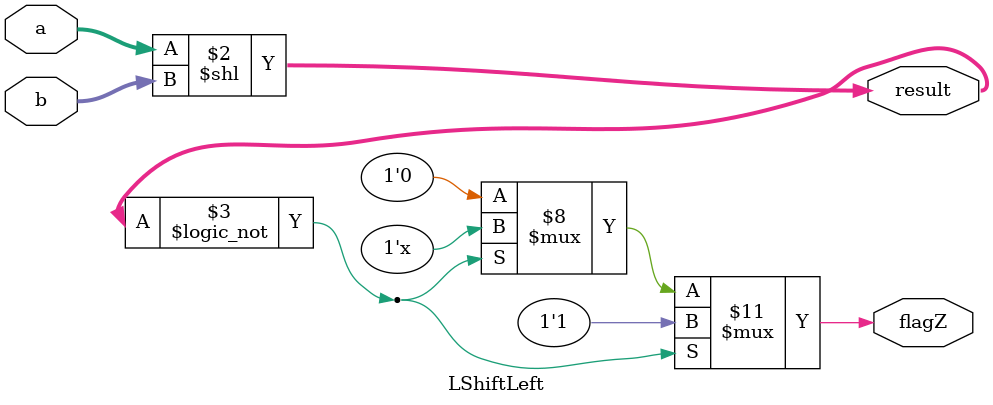
<source format=sv>


module LShiftLeft #(parameter N=4) (input logic [N-1:0] a, 
												input logic [N-1:0] b, 
												output reg [N-1:0] result,
												output reg flagZ);
	
	
	always_comb begin
		
		//INICIALIZACIÓN DE VARIABLES
		result = 0;
		flagZ = 0;
		
		result = a << b;
		
		// FLAG CERO
		if (result == 0) begin
			flagZ = 1;
		end
		
		else if (result != 0) begin
			flagZ = 0;
		end
		
	end
	
endmodule 
</source>
